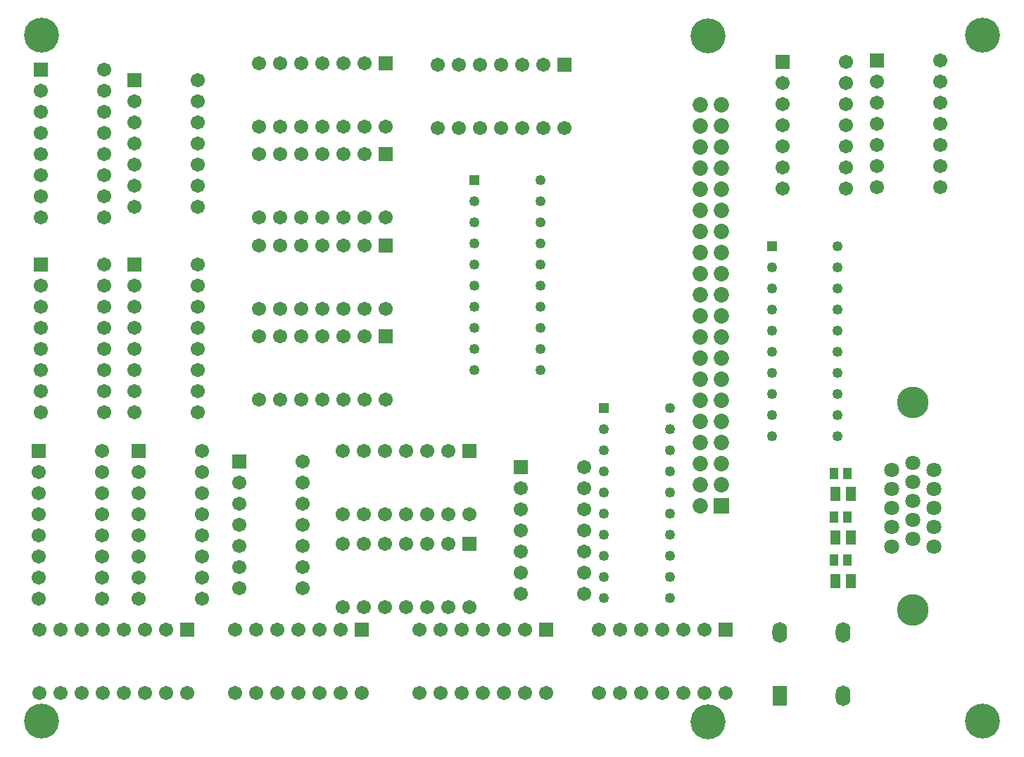
<source format=gts>
%FSTAX23Y23*%
%MOIN*%
%SFA1B1*%

%IPPOS*%
%ADD20R,0.039500X0.057210*%
%ADD21R,0.049340X0.065090*%
%ADD22O,0.070000X0.098000*%
%ADD23R,0.070000X0.098000*%
%ADD24C,0.165480*%
%ADD25C,0.067060*%
%ADD26R,0.067060X0.067060*%
%ADD27R,0.067060X0.067060*%
%ADD28C,0.049210*%
%ADD29R,0.049210X0.049210*%
%ADD30C,0.070700*%
%ADD31C,0.149700*%
%ADD32C,0.072960*%
%ADD33R,0.072960X0.072960*%
%LN6502_vga-1*%
%LPD*%
G54D20*
X09356Y02158D03*
X09293D03*
X09356Y02364D03*
X09293D03*
X09356Y0257D03*
X09293D03*
G54D21*
X09371Y0206D03*
X09298D03*
X09371Y02265D03*
X09298D03*
X09371Y02471D03*
X09298D03*
G54D22*
X09035Y01815D03*
X09335D03*
Y01515D03*
G54D23*
X09035Y01515D03*
G54D24*
X0554Y04645D03*
Y01395D03*
X09995D03*
X08695Y01394D03*
X09995Y04645D03*
X08695Y04644D03*
G54D25*
X0811Y02D03*
Y021D03*
Y022D03*
Y023D03*
Y024D03*
Y025D03*
Y026D03*
X0781Y02D03*
Y021D03*
Y022D03*
Y023D03*
Y024D03*
Y025D03*
X0657Y02918D03*
X0667D03*
X0677D03*
X0687D03*
X0697D03*
X0707D03*
X0717D03*
X0657Y03218D03*
X0667D03*
X0677D03*
X0687D03*
X0697D03*
X0707D03*
X0657Y04213D03*
X0667D03*
X0677D03*
X0687D03*
X0697D03*
X0707D03*
X0717D03*
X0657Y04513D03*
X0667D03*
X0677D03*
X0687D03*
X0697D03*
X0707D03*
X0657Y03781D03*
X0667D03*
X0677D03*
X0687D03*
X0697D03*
X0707D03*
X0717D03*
X0657Y04081D03*
X0667D03*
X0677D03*
X0687D03*
X0697D03*
X0707D03*
X0657Y0335D03*
X0667D03*
X0677D03*
X0687D03*
X0697D03*
X0707D03*
X0717D03*
X0657Y0365D03*
X0667D03*
X0677D03*
X0687D03*
X0697D03*
X0707D03*
X06455Y0153D03*
X06555D03*
X06655D03*
X06755D03*
X06855D03*
X06955D03*
X07055D03*
X06455Y0183D03*
X06555D03*
X06655D03*
X06755D03*
X06855D03*
X06955D03*
X0613D03*
X0603D03*
X0593D03*
X0583D03*
X0573D03*
X0563D03*
X0553D03*
X0623Y0153D03*
X0613D03*
X0603D03*
X0593D03*
X0583D03*
X0573D03*
X0563D03*
X0553D03*
X06Y02575D03*
Y02475D03*
Y02375D03*
Y02275D03*
Y02175D03*
Y02075D03*
Y01975D03*
X063Y02675D03*
Y02575D03*
Y02475D03*
Y02375D03*
Y02275D03*
Y02175D03*
Y02075D03*
Y01975D03*
X05525Y02575D03*
Y02475D03*
Y02375D03*
Y02275D03*
Y02175D03*
Y02075D03*
Y01975D03*
X05825Y02675D03*
Y02575D03*
Y02475D03*
Y02375D03*
Y02275D03*
Y02175D03*
Y02075D03*
Y01975D03*
X0628Y02858D03*
Y02958D03*
Y03058D03*
Y03158D03*
Y03258D03*
Y03358D03*
Y03458D03*
Y03558D03*
X0598Y02858D03*
Y02958D03*
Y03058D03*
Y03158D03*
Y03258D03*
Y03358D03*
Y03458D03*
X05835Y02858D03*
Y02958D03*
Y03058D03*
Y03158D03*
Y03258D03*
Y03358D03*
Y03458D03*
Y03558D03*
X05535Y02858D03*
Y02958D03*
Y03058D03*
Y03158D03*
Y03258D03*
Y03358D03*
Y03458D03*
X05835Y03783D03*
Y03883D03*
Y03983D03*
Y04083D03*
Y04183D03*
Y04283D03*
Y04383D03*
Y04483D03*
X05535Y03783D03*
Y03883D03*
Y03983D03*
Y04083D03*
Y04183D03*
Y04283D03*
Y04383D03*
X0628Y03833D03*
Y03933D03*
Y04033D03*
Y04133D03*
Y04233D03*
Y04333D03*
Y04433D03*
X0598Y03833D03*
Y03933D03*
Y04033D03*
Y04133D03*
Y04233D03*
Y04333D03*
X09795Y03925D03*
Y04025D03*
Y04125D03*
Y04225D03*
Y04325D03*
Y04425D03*
Y04525D03*
X09495Y03925D03*
Y04025D03*
Y04125D03*
Y04225D03*
Y04325D03*
Y04425D03*
X0935Y0392D03*
Y0402D03*
Y0412D03*
Y0422D03*
Y0432D03*
Y0442D03*
Y0452D03*
X0905Y0392D03*
Y0402D03*
Y0412D03*
Y0422D03*
Y0432D03*
Y0442D03*
X07415Y04205D03*
X07515D03*
X07615D03*
X07715D03*
X07815D03*
X07915D03*
X08015D03*
X07415Y04505D03*
X07515D03*
X07615D03*
X07715D03*
X07815D03*
X07915D03*
X06965Y02375D03*
X07065D03*
X07165D03*
X07265D03*
X07365D03*
X07465D03*
X07565D03*
X06965Y02675D03*
X07065D03*
X07165D03*
X07265D03*
X07365D03*
X07465D03*
X06965Y01935D03*
X07065D03*
X07165D03*
X07265D03*
X07365D03*
X07465D03*
X07565D03*
X06965Y02235D03*
X07065D03*
X07165D03*
X07265D03*
X07365D03*
X07465D03*
X0733Y0153D03*
X0743D03*
X0753D03*
X0763D03*
X0773D03*
X0783D03*
X0793D03*
X0733Y0183D03*
X0743D03*
X0753D03*
X0763D03*
X0773D03*
X0783D03*
X0818Y0153D03*
X0828D03*
X0838D03*
X0848D03*
X0858D03*
X0868D03*
X0878D03*
X0818Y0183D03*
X0828D03*
X0838D03*
X0848D03*
X0858D03*
X0868D03*
X06775Y02025D03*
Y02125D03*
Y02225D03*
Y02325D03*
Y02425D03*
Y02525D03*
Y02625D03*
X06475Y02025D03*
Y02125D03*
Y02225D03*
Y02325D03*
Y02425D03*
Y02525D03*
G54D26*
X0781Y026D03*
X06Y02675D03*
X05525D03*
X0598Y03558D03*
X05535D03*
Y04483D03*
X0598Y04433D03*
X09495Y04525D03*
X0905Y0452D03*
X06475Y02625D03*
G54D27*
X0717Y03218D03*
Y04513D03*
Y04081D03*
Y0365D03*
X07055Y0183D03*
X0623D03*
X08015Y04505D03*
X07565Y02675D03*
Y02235D03*
X0793Y0183D03*
X0878D03*
G54D28*
X0931Y03645D03*
Y03545D03*
Y03445D03*
Y03345D03*
Y03245D03*
Y03145D03*
Y03045D03*
Y02945D03*
Y02845D03*
Y02745D03*
X08997D03*
Y02845D03*
Y02945D03*
Y03045D03*
Y03145D03*
Y03245D03*
Y03345D03*
Y03445D03*
Y03545D03*
X08516Y0288D03*
Y0278D03*
Y0268D03*
Y0258D03*
Y0248D03*
Y0238D03*
Y0228D03*
Y0218D03*
Y0208D03*
Y0198D03*
X08203D03*
Y0208D03*
Y0218D03*
Y0228D03*
Y0238D03*
Y0248D03*
Y0258D03*
Y0268D03*
Y0278D03*
X07901Y0396D03*
Y0386D03*
Y0376D03*
Y0366D03*
Y0356D03*
Y0346D03*
Y0336D03*
Y0326D03*
Y0316D03*
Y0306D03*
X07588D03*
Y0316D03*
Y0326D03*
Y0336D03*
Y0346D03*
Y0356D03*
Y0366D03*
Y0376D03*
Y0386D03*
G54D29*
X08997Y03645D03*
X08203Y0288D03*
X07588Y0396D03*
G54D30*
X09765Y02585D03*
Y02495D03*
Y02405D03*
Y02315D03*
Y02224D03*
X09665Y02618D03*
Y02528D03*
Y02438D03*
Y02348D03*
Y02258D03*
X09565Y02585D03*
Y02495D03*
Y02405D03*
Y02315D03*
Y02224D03*
G54D31*
X09665Y02905D03*
Y01921D03*
G54D32*
X0866Y04315D03*
Y04215D03*
Y04115D03*
X0876Y04315D03*
Y04215D03*
Y04115D03*
X0866Y03915D03*
X0876D03*
X0866Y03715D03*
X0876D03*
X0866Y03515D03*
X0876D03*
X0866Y03415D03*
X0876D03*
X0866Y03215D03*
X0876D03*
X0866Y03015D03*
X0876D03*
X0866Y02715D03*
X0876D03*
X0866Y02615D03*
X0876D03*
X0866Y02415D03*
X0876Y02515D03*
X0866D03*
X0876Y02815D03*
X0866D03*
X0876Y02915D03*
X0866D03*
X0876Y03115D03*
X0866D03*
X0876Y03315D03*
X0866D03*
X0876Y03615D03*
X0866D03*
X0876Y03815D03*
X0866D03*
X0876Y04015D03*
X0866D03*
G54D33*
X0876Y02415D03*
M02*
</source>
